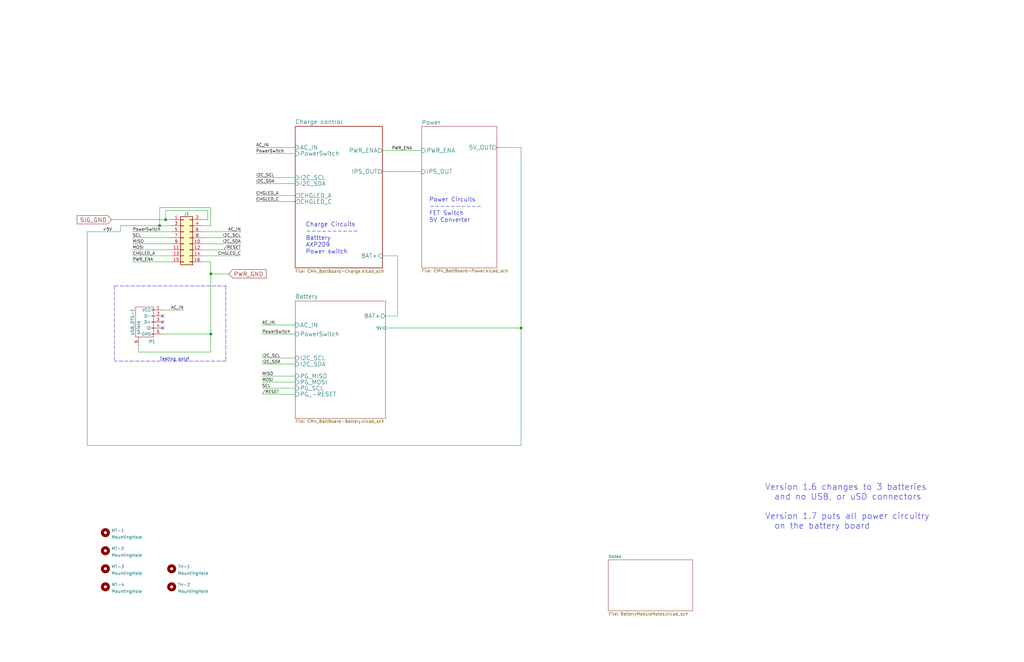
<source format=kicad_sch>
(kicad_sch (version 20210621) (generator eeschema)
  (paper "B")
  (title_block (title "ConnectBox CM4 Battery Board - 4 Batteries") (date "2022-01-05") (rev "1.7.4") (comment 1 "JRA"))
  (lib_symbols
    (symbol "Connector_Generic:Conn_02x08_Odd_Even" (pin_names (offset 1.016) hide)
      (property "Reference" "J" (at 1.27 10.16 0))
      (property "Value" "Conn_02x08_Odd_Even" (at 1.27 -12.7 0))
      (symbol "Conn_02x08_Odd_Even_1_1"
        (rectangle (start -1.27 -10.033) (end 0 -10.287) (stroke (width 0.1524)))
        (rectangle (start -1.27 -7.493) (end 0 -7.747) (stroke (width 0.1524)))
        (rectangle (start -1.27 -4.953) (end 0 -5.207) (stroke (width 0.1524)))
        (rectangle (start -1.27 -2.413) (end 0 -2.667) (stroke (width 0.1524)))
        (rectangle (start -1.27 0.127) (end 0 -0.127) (stroke (width 0.1524)))
        (rectangle (start -1.27 2.667) (end 0 2.413) (stroke (width 0.1524)))
        (rectangle (start -1.27 5.207) (end 0 4.953) (stroke (width 0.1524)))
        (rectangle (start -1.27 7.747) (end 0 7.493) (stroke (width 0.1524)))
        (rectangle (start 3.81 -10.033) (end 2.54 -10.287) (stroke (width 0.1524)))
        (rectangle (start 3.81 -7.493) (end 2.54 -7.747) (stroke (width 0.1524)))
        (rectangle (start 3.81 -4.953) (end 2.54 -5.207) (stroke (width 0.1524)))
        (rectangle (start 3.81 -2.413) (end 2.54 -2.667) (stroke (width 0.1524)))
        (rectangle (start 3.81 0.127) (end 2.54 -0.127) (stroke (width 0.1524)))
        (rectangle (start 3.81 2.667) (end 2.54 2.413) (stroke (width 0.1524)))
        (rectangle (start 3.81 5.207) (end 2.54 4.953) (stroke (width 0.1524)))
        (rectangle (start 3.81 7.747) (end 2.54 7.493) (stroke (width 0.1524)))
        (rectangle (start -1.27 8.89) (end 3.81 -11.43) (stroke (width 0.254)) (fill (type background)))
        (pin passive line (at -5.08 7.62 0) (length 3.81) (name "Pin_1") (number "1"))
        (pin passive line (at 7.62 -2.54 180) (length 3.81) (name "Pin_10") (number "10"))
        (pin passive line (at -5.08 -5.08 0) (length 3.81) (name "Pin_11") (number "11"))
        (pin passive line (at 7.62 -5.08 180) (length 3.81) (name "Pin_12") (number "12"))
        (pin passive line (at -5.08 -7.62 0) (length 3.81) (name "Pin_13") (number "13"))
        (pin passive line (at 7.62 -7.62 180) (length 3.81) (name "Pin_14") (number "14"))
        (pin passive line (at -5.08 -10.16 0) (length 3.81) (name "Pin_15") (number "15"))
        (pin passive line (at 7.62 -10.16 180) (length 3.81) (name "Pin_16") (number "16"))
        (pin passive line (at 7.62 7.62 180) (length 3.81) (name "Pin_2") (number "2"))
        (pin passive line (at -5.08 5.08 0) (length 3.81) (name "Pin_3") (number "3"))
        (pin passive line (at 7.62 5.08 180) (length 3.81) (name "Pin_4") (number "4"))
        (pin passive line (at -5.08 2.54 0) (length 3.81) (name "Pin_5") (number "5"))
        (pin passive line (at 7.62 2.54 180) (length 3.81) (name "Pin_6") (number "6"))
        (pin passive line (at -5.08 0 0) (length 3.81) (name "Pin_7") (number "7"))
        (pin passive line (at 7.62 0 180) (length 3.81) (name "Pin_8") (number "8"))
        (pin passive line (at -5.08 -2.54 0) (length 3.81) (name "Pin_9") (number "9"))
      )
    )
    (symbol "CustomComponents:USB_OTG-1" (pin_names (offset 1.016))
      (property "Reference" "P" (at 8.255 -3.175 0))
      (property "Value" "USB_OTG-1" (at 0 5.08 0))
      (symbol "USB_OTG-1_0_1"
        (rectangle (start -6.35 -3.81) (end 6.35 3.81))
        (rectangle (start -5.207 -3.81) (end -4.953 -3.048))
        (rectangle (start -2.667 -3.81) (end -2.413 -3.048))
        (rectangle (start -0.127 -3.81) (end 0.127 -3.048))
        (rectangle (start 2.413 -3.81) (end 2.667 -3.048))
        (rectangle (start 4.953 -3.81) (end 5.207 -3.048))
      )
      (symbol "USB_OTG-1_1_1"
        (pin power_out line (at -5.08 -7.62 90) (length 3.81) (name "VCC") (number "1"))
        (pin passive line (at -2.54 -7.62 90) (length 3.81) (name "D-") (number "2"))
        (pin passive line (at 0 -7.62 90) (length 3.81) (name "D+") (number "3"))
        (pin power_in line (at 2.54 -7.62 90) (length 3.81) (name "ID") (number "4"))
        (pin power_out line (at 5.08 -7.62 90) (length 3.81) (name "GND") (number "5"))
        (pin passive line (at 10.16 2.54 180) (length 3.81) (name "shield") (number "6"))
      )
    )
    (symbol "Mechanical:MountingHole" (pin_names (offset 1.016))
      (property "Reference" "H" (at 0 5.08 0))
      (property "Value" "MountingHole" (at 0 3.175 0))
      (symbol "MountingHole_0_1"
        (circle (center 0 0) (radius 1.27) (stroke (width 1.27)))
      )
    )
  )
  (junction (at 67.31 95.25) (diameter 1.016))
  (junction (at 69.85 92.71) (diameter 1.016))
  (junction (at 88.9 115.57) (diameter 1.016))
  (junction (at 88.9 140.97) (diameter 1.016))
  (junction (at 219.71 138.43) (diameter 1.016))
  (no_connect (at 68.58 133.35))
  (no_connect (at 68.58 135.89))
  (no_connect (at 68.58 138.43))
  (wire (pts (xy 36.83 97.79) (xy 36.83 187.96)))
  (wire (pts (xy 36.83 97.79) (xy 50.8 97.79)))
  (wire (pts (xy 46.99 92.71) (xy 69.85 92.71)))
  (wire (pts (xy 50.8 95.25) (xy 50.8 97.79)))
  (wire (pts (xy 55.88 97.79) (xy 72.39 97.79)))
  (wire (pts (xy 55.88 100.33) (xy 72.39 100.33)))
  (wire (pts (xy 55.88 102.87) (xy 72.39 102.87)))
  (wire (pts (xy 55.88 105.41) (xy 72.39 105.41)))
  (wire (pts (xy 55.88 107.95) (xy 72.39 107.95)))
  (wire (pts (xy 55.88 110.49) (xy 72.39 110.49)))
  (wire (pts (xy 58.42 146.05) (xy 58.42 148.59)))
  (wire (pts (xy 58.42 148.59) (xy 88.9 148.59)))
  (wire (pts (xy 67.31 87.63) (xy 88.9 87.63)))
  (wire (pts (xy 67.31 95.25) (xy 50.8 95.25)))
  (wire (pts (xy 67.31 95.25) (xy 67.31 87.63)))
  (wire (pts (xy 67.31 95.25) (xy 72.39 95.25)))
  (wire (pts (xy 68.58 130.81) (xy 77.47 130.81)))
  (wire (pts (xy 68.58 140.97) (xy 88.9 140.97)))
  (wire (pts (xy 69.85 88.9) (xy 87.63 88.9)))
  (wire (pts (xy 69.85 92.71) (xy 69.85 88.9)))
  (wire (pts (xy 69.85 92.71) (xy 72.39 92.71)))
  (wire (pts (xy 85.09 97.79) (xy 101.6 97.79)))
  (wire (pts (xy 85.09 100.33) (xy 101.6 100.33)))
  (wire (pts (xy 85.09 102.87) (xy 101.6 102.87)))
  (wire (pts (xy 85.09 105.41) (xy 101.6 105.41)))
  (wire (pts (xy 85.09 107.95) (xy 101.6 107.95)))
  (wire (pts (xy 85.09 110.49) (xy 88.9 110.49)))
  (wire (pts (xy 87.63 88.9) (xy 87.63 92.71)))
  (wire (pts (xy 87.63 92.71) (xy 85.09 92.71)))
  (wire (pts (xy 88.9 87.63) (xy 88.9 95.25)))
  (wire (pts (xy 88.9 95.25) (xy 85.09 95.25)))
  (wire (pts (xy 88.9 110.49) (xy 88.9 115.57)))
  (wire (pts (xy 88.9 115.57) (xy 88.9 140.97)))
  (wire (pts (xy 88.9 115.57) (xy 96.52 115.57)))
  (wire (pts (xy 88.9 140.97) (xy 88.9 148.59)))
  (wire (pts (xy 107.95 62.23) (xy 124.46 62.23)))
  (wire (pts (xy 107.95 64.77) (xy 124.46 64.77)))
  (wire (pts (xy 107.95 74.93) (xy 124.46 74.93)))
  (wire (pts (xy 107.95 77.47) (xy 124.46 77.47)))
  (wire (pts (xy 107.95 82.55) (xy 124.46 82.55)))
  (wire (pts (xy 107.95 85.09) (xy 124.46 85.09)))
  (wire (pts (xy 110.49 137.16) (xy 124.46 137.16)))
  (wire (pts (xy 110.49 140.97) (xy 124.46 140.97)))
  (wire (pts (xy 110.49 151.13) (xy 124.46 151.13)))
  (wire (pts (xy 110.49 153.67) (xy 124.46 153.67)))
  (wire (pts (xy 110.49 158.75) (xy 124.46 158.75)))
  (wire (pts (xy 110.49 161.29) (xy 124.46 161.29)))
  (wire (pts (xy 110.49 163.83) (xy 124.46 163.83)))
  (wire (pts (xy 110.49 166.37) (xy 124.46 166.37)))
  (wire (pts (xy 161.29 63.5) (xy 177.8 63.5)))
  (wire (pts (xy 161.29 72.39) (xy 177.8 72.39)))
  (wire (pts (xy 162.56 133.35) (xy 167.64 133.35)))
  (wire (pts (xy 167.64 107.95) (xy 161.29 107.95)))
  (wire (pts (xy 167.64 133.35) (xy 167.64 107.95)))
  (wire (pts (xy 209.55 62.23) (xy 219.71 62.23)))
  (wire (pts (xy 219.71 62.23) (xy 219.71 138.43)))
  (wire (pts (xy 219.71 138.43) (xy 162.56 138.43)))
  (wire (pts (xy 219.71 138.43) (xy 219.71 187.96)))
  (wire (pts (xy 219.71 187.96) (xy 36.83 187.96)))
  (polyline (pts (xy 48.26 120.65) (xy 48.26 152.4)) (stroke (width 0) (type dash)))
  (polyline (pts (xy 48.26 120.65) (xy 95.25 120.65)) (stroke (width 0) (type dash)))
  (polyline (pts (xy 95.25 120.65) (xy 95.25 152.4)) (stroke (width 0) (type dash)))
  (polyline (pts (xy 95.25 152.4) (xy 48.26 152.4)) (stroke (width 0) (type dash)))
  (text "Testing only!" (at 67.31 152.4 0) (effects (font (size 1.27 1.27)) (justify left bottom)))
  (text "Charge Circuits\n----------\nBatttery\nAXP209\nPower switch" (at 128.905 107.315 0) (effects (font (size 1.778 1.778)) (justify left bottom)))
  (text "Power Circuits\n----------\nFET Switch\n5V Converter\n" (at 180.975 93.98 0) (effects (font (size 1.778 1.778)) (justify left bottom)))
  (text "Version 1.6 changes to 3 batteries\n  and no USB, or uSD connectors\n\nVersion 1.7 puts all power circuitry\n  on the battery board" (at 322.58 223.52 0) (effects (font (size 2.54 2.54)) (justify left bottom)))
  (label "+5V" (at 43.18 97.79 0))
  (label "PowerSwitch" (at 55.88 97.79 0))
  (label "SCL" (at 55.88 100.33 0))
  (label "MISO" (at 55.88 102.87 0))
  (label "MOSI" (at 55.88 105.41 0))
  (label "CHGLED_A" (at 55.88 107.95 0))
  (label "PWR_ENA" (at 55.88 110.49 0))
  (label "AC_IN" (at 77.47 130.81 180))
  (label "AC_IN" (at 101.6 97.79 180))
  (label "I2C_SCL" (at 101.6 100.33 180))
  (label "I2C_SDA" (at 101.6 102.87 180))
  (label "{slash}RESET" (at 101.6 105.41 180))
  (label "CHGLED_C" (at 101.6 107.95 180))
  (label "AC_IN" (at 107.95 62.23 0))
  (label "PowerSwitch" (at 107.95 64.77 0))
  (label "I2C_SCL" (at 107.95 74.93 0))
  (label "I2C_SDA" (at 107.95 77.47 0))
  (label "CHGLED_A" (at 107.95 82.55 0))
  (label "CHGLED_C" (at 107.95 85.09 0))
  (label "AC_IN" (at 110.49 137.16 0))
  (label "PowerSwitch" (at 110.49 140.97 0))
  (label "I2C_SCL" (at 110.49 151.13 0))
  (label "I2C_SDA" (at 110.49 153.67 0))
  (label "MISO" (at 110.49 158.75 0))
  (label "MOSI" (at 110.49 161.29 0))
  (label "SCL" (at 110.49 163.83 0))
  (label "{slash}RESET" (at 110.49 166.37 0))
  (label "PWR_ENA" (at 165.1 63.5 0))
  (global_label "SIG_GND" (shape input) (at 46.99 92.71 180) (effects (font (size 1.778 1.778))) (property "Intersheet References" "${INTERSHEET_REFS}" (effects hide)))
  (global_label "PWR_GND" (shape input) (at 96.52 115.57 0) (effects (font (size 1.778 1.778))) (property "Intersheet References" "${INTERSHEET_REFS}" (effects hide)))
  (symbol (lib_id "Mechanical:MountingHole") (at 44.45 224.79 0) (unit 1)
    (property "Reference" "MT-1" (at 46.9901 223.8815 0) (effects (justify left)))
    (property "Value" "MountingHole" (at 46.9901 226.6566 0) (effects (justify left)))
    (property "Footprint" "MountingHole:MountingHole_2.7mm_M2.5" (effects hide))
  )
  (symbol (lib_id "Mechanical:MountingHole") (at 44.45 232.41 0) (unit 1)
    (property "Reference" "MT-2" (at 46.9901 231.5015 0) (effects (justify left)))
    (property "Value" "MountingHole" (at 46.9901 234.2766 0) (effects (justify left)))
    (property "Footprint" "MountingHole:MountingHole_2.7mm_M2.5" (effects hide))
  )
  (symbol (lib_id "Mechanical:MountingHole") (at 44.45 240.03 0) (unit 1)
    (property "Reference" "MT-3" (at 46.9901 239.1215 0) (effects (justify left)))
    (property "Value" "MountingHole" (at 46.9901 241.8966 0) (effects (justify left)))
    (property "Footprint" "MountingHole:MountingHole_2.7mm_M2.5" (effects hide))
  )
  (symbol (lib_id "Mechanical:MountingHole") (at 44.45 247.65 0) (unit 1)
    (property "Reference" "MT-4" (at 46.9901 246.7415 0) (effects (justify left)))
    (property "Value" "MountingHole" (at 46.9901 249.5166 0) (effects (justify left)))
    (property "Footprint" "MountingHole:MountingHole_2.7mm_M2.5" (effects hide))
  )
  (symbol (lib_id "Mechanical:MountingHole") (at 72.39 240.03 0) (unit 1)
    (property "Reference" "TH-1" (at 74.9301 239.1215 0) (effects (justify left)))
    (property "Value" "MountingHole" (at 74.9301 241.8966 0) (effects (justify left)))
    (property "Footprint" "MountingHole:MountingHole_3.2mm_M3_ISO7380" (effects hide))
  )
  (symbol (lib_id "Mechanical:MountingHole") (at 72.39 247.65 0) (unit 1)
    (property "Reference" "TH-2" (at 74.9301 246.7415 0) (effects (justify left)))
    (property "Value" "MountingHole" (at 74.9301 249.5166 0) (effects (justify left)))
    (property "Footprint" "MountingHole:MountingHole_3.2mm_M3_ISO7380" (effects hide))
  )
  (symbol (lib_id "CustomComponents:USB_OTG-1") (at 60.96 135.89 90) (mirror x) (unit 1)
    (property "Reference" "P1" (at 64.135 144.145 90))
    (property "Value" "USB_OTG-1" (at 55.88 135.89 0))
    (property "Footprint" "CustomComponents:USB_Micro-B-TH-mount" (effects hide))
    (property "Manufacturer" "Amphenol ICC (FCI)" (effects hide))
    (property "Manufacturer P/N" "10118194-0001LF" (effects hide))
    (property "Description" "CONN RCPT USB2.0 MICRO B SMD R/A" (effects hide))
    (property "DigiKey P/N" "609-4618-1-ND" (effects hide))
    (property "Type" "SMD" (effects hide))
  )
  (symbol (lib_id "Connector_Generic:Conn_02x08_Odd_Even") (at 77.47 100.33 0) (unit 1)
    (property "Reference" "J1" (at 78.74 90.2484 0))
    (property "Value" "Conn_02x08_Odd_Even" (effects hide))
    (property "Footprint" "Connector_PinSocket_2.54mm:PinSocket_2x08_P2.54mm_Vertical" (effects hide))
    (property "Manufacturer" "Sullins" (effects hide))
    (property "Manufacturer P/N" "PPPC082LFBN-RC" (effects hide))
    (property "Description" "16 Position Header Connector 0.100\" (2.54mm) Through Hole Gold" (effects hide))
    (property "DigiKey P/N" "S7111-ND" (effects hide))
    (property "Type " "TH" (effects hide))
  )
  (sheet (at 124.46 127) (size 38.1 49.53) (stroke (width 0.0006))
    (property "Sheet name" "Battery" (at 124.46 126.1103 0) (effects (font (size 1.778 1.778)) (justify left bottom)))
    (property "Sheet file" "CM4_BattBoard-Battery.kicad_sch" (at 124.46 177.0387 0) (effects (justify left top)))
    (pin "PG_MOSI" input (at 124.46 161.29 180) (effects (font (size 1.778 1.778))))
    (pin "BAT+" output (at 162.56 133.35 0) (effects (font (size 1.778 1.778))))
    (pin "PG_MISO" input (at 124.46 158.75 180) (effects (font (size 1.778 1.778))))
    (pin "I2C_SDA" input (at 124.46 153.67 180) (effects (font (size 1.778 1.778))))
    (pin "I2C_SCL" input (at 124.46 151.13 180) (effects (font (size 1.778 1.778))))
    (pin "PG_SCL" input (at 124.46 163.83 180) (effects (font (size 1.778 1.778))))
    (pin "PG_-RESET" input (at 124.46 166.37 180) (effects (font (size 1.778 1.778))))
    (pin "AC_IN" input (at 124.46 137.16 180) (effects (font (size 1.778 1.778))))
    (pin "5V" input (at 162.56 138.43 0))
    (pin "PowerSwitch" input (at 124.46 140.97 180) (effects (font (size 1.778 1.778))))
  )
  (sheet (at 124.46 53.34) (size 36.83 59.69)
    (property "Sheet name" "Charge control" (at 124.46 52.4505 0) (effects (font (size 1.778 1.778)) (justify left bottom)))
    (property "Sheet file" "CM4_BattBoard-Charge.kicad_sch" (at 124.46 113.7417 0) (effects (justify left top)))
    (pin "IPS_OUT" output (at 161.29 72.39 0) (effects (font (size 1.778 1.778))))
    (pin "BAT+" input (at 161.29 107.95 0) (effects (font (size 1.778 1.778))))
    (pin "I2C_SCL" input (at 124.46 74.93 180) (effects (font (size 1.778 1.778))))
    (pin "I2C_SDA" input (at 124.46 77.47 180) (effects (font (size 1.778 1.778))))
    (pin "PowerSwitch" input (at 124.46 64.77 180) (effects (font (size 1.778 1.778))))
    (pin "AC_IN" input (at 124.46 62.23 180) (effects (font (size 1.778 1.778))))
    (pin "CHGLED_C" output (at 124.46 85.09 180) (effects (font (size 1.778 1.778))))
    (pin "CHGLED_A" output (at 124.46 82.55 180) (effects (font (size 1.778 1.778))))
    (pin "PWR_ENA" output (at 161.29 63.5 0) (effects (font (size 1.778 1.778))))
  )
  (sheet (at 256.54 236.22) (size 35.56 21.59) (stroke (width 0.0006))
    (property "Sheet name" "Notes" (at 256.54 235.5843 0) (effects (justify left bottom)))
    (property "Sheet file" "BatteryModuleNotes.kicad_sch" (at 256.54 258.3187 0) (effects (justify left top)))
  )
  (sheet (at 177.8 53.34) (size 31.75 59.69) (stroke (width 0.0006))
    (property "Sheet name" "Power" (at 177.8 52.7043 0) (effects (font (size 1.778 1.778)) (justify left bottom)))
    (property "Sheet file" "CM4_BattBoard-Power.kicad_sch" (at 177.8 113.5387 0) (effects (justify left top)))
    (pin "5V_OUT" output (at 209.55 62.23 0) (effects (font (size 1.778 1.778))))
    (pin "IPS_OUT" input (at 177.8 72.39 180) (effects (font (size 1.778 1.778))))
    (pin "PWR_ENA" input (at 177.8 63.5 180) (effects (font (size 1.778 1.778))))
  )
)
</source>
